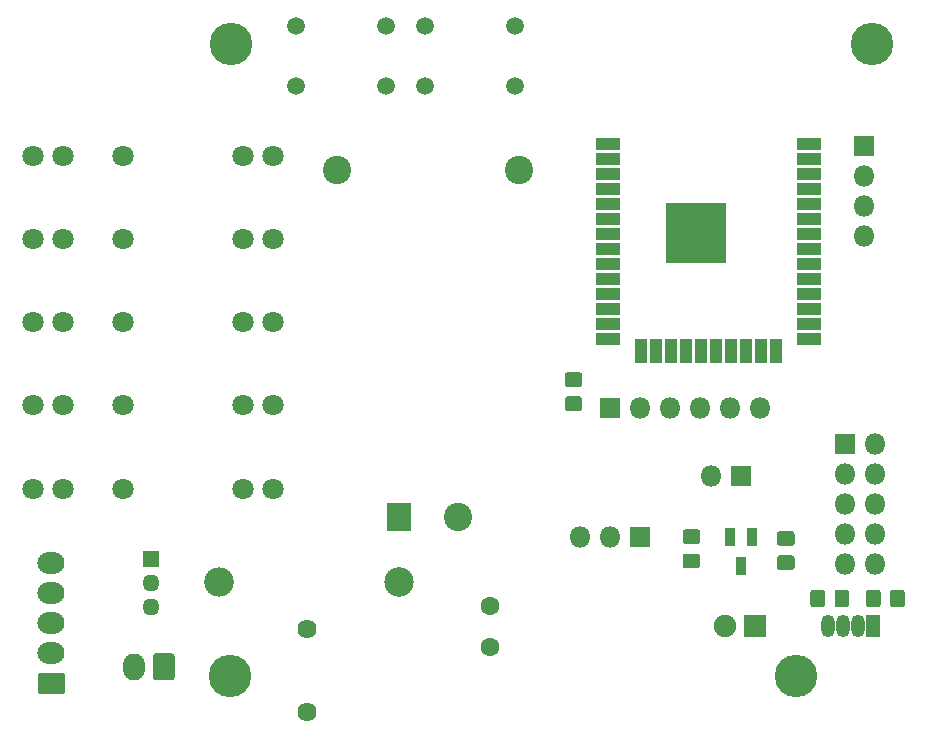
<source format=gbr>
%TF.GenerationSoftware,KiCad,Pcbnew,5.1.5+dfsg1-2build2*%
%TF.CreationDate,2021-01-07T21:04:46-03:00*%
%TF.ProjectId,Punkatoo,50756e6b-6174-46f6-9f2e-6b696361645f,rev?*%
%TF.SameCoordinates,Original*%
%TF.FileFunction,Soldermask,Top*%
%TF.FilePolarity,Negative*%
%FSLAX46Y46*%
G04 Gerber Fmt 4.6, Leading zero omitted, Abs format (unit mm)*
G04 Created by KiCad (PCBNEW 5.1.5+dfsg1-2build2) date 2021-01-07 21:04:46*
%MOMM*%
%LPD*%
G04 APERTURE LIST*
%ADD10O,1.800000X1.800000*%
%ADD11R,1.800000X1.800000*%
%ADD12C,3.600000*%
%ADD13C,1.497000*%
%ADD14C,1.624000*%
%ADD15O,1.450000X1.450000*%
%ADD16R,1.450000X1.450000*%
%ADD17C,0.100000*%
%ADD18R,5.100000X5.100000*%
%ADD19R,2.100000X1.000000*%
%ADD20R,1.000000X2.100000*%
%ADD21O,2.500000X2.500000*%
%ADD22C,2.500000*%
%ADD23O,2.300000X1.840000*%
%ADD24O,1.840000X2.300000*%
%ADD25C,2.400000*%
%ADD26R,2.100000X2.400000*%
%ADD27C,1.800000*%
%ADD28O,1.170000X1.900000*%
%ADD29R,1.170000X1.900000*%
%ADD30R,0.900000X1.600000*%
%ADD31C,1.600000*%
%ADD32C,1.900000*%
%ADD33R,1.900000X1.900000*%
G04 APERTURE END LIST*
D10*
%TO.C,U2*%
X120210000Y-105172000D03*
X122750000Y-105172000D03*
D11*
X125290000Y-105172000D03*
%TD*%
D12*
%TO.C,REF\002A\002A*%
X90600000Y-117000000D03*
%TD*%
%TO.C,REF\002A\002A*%
X138500000Y-117000000D03*
%TD*%
%TO.C,REF\002A\002A*%
X145000000Y-63500000D03*
%TD*%
%TO.C,REF\002A\002A*%
X90700000Y-63500000D03*
%TD*%
D10*
%TO.C,J6*%
X144300000Y-79720000D03*
X144300000Y-77180000D03*
X144300000Y-74640000D03*
D11*
X144300000Y-72100000D03*
%TD*%
D13*
%TO.C,SW2*%
X103800000Y-61920000D03*
X103800000Y-67000000D03*
X96180000Y-61920000D03*
X96180000Y-67000000D03*
%TD*%
%TO.C,SW1*%
X107100000Y-67000000D03*
X107100000Y-61920000D03*
X114720000Y-67000000D03*
X114720000Y-61920000D03*
%TD*%
D14*
%TO.C,RV1*%
X97100000Y-120000000D03*
X97100000Y-113000000D03*
%TD*%
D15*
%TO.C,C2*%
X83900000Y-111100000D03*
X83900000Y-109100000D03*
D16*
X83900000Y-107100000D03*
%TD*%
D17*
%TO.C,R4*%
G36*
X120204897Y-93301308D02*
G01*
X120231275Y-93305221D01*
X120257143Y-93311701D01*
X120282252Y-93320685D01*
X120306358Y-93332086D01*
X120329232Y-93345796D01*
X120350651Y-93361682D01*
X120370410Y-93379590D01*
X120388318Y-93399349D01*
X120404204Y-93420768D01*
X120417914Y-93443642D01*
X120429315Y-93467748D01*
X120438299Y-93492857D01*
X120444779Y-93518725D01*
X120448692Y-93545103D01*
X120450000Y-93571738D01*
X120450000Y-94278262D01*
X120448692Y-94304897D01*
X120444779Y-94331275D01*
X120438299Y-94357143D01*
X120429315Y-94382252D01*
X120417914Y-94406358D01*
X120404204Y-94429232D01*
X120388318Y-94450651D01*
X120370410Y-94470410D01*
X120350651Y-94488318D01*
X120329232Y-94504204D01*
X120306358Y-94517914D01*
X120282252Y-94529315D01*
X120257143Y-94538299D01*
X120231275Y-94544779D01*
X120204897Y-94548692D01*
X120178262Y-94550000D01*
X119221738Y-94550000D01*
X119195103Y-94548692D01*
X119168725Y-94544779D01*
X119142857Y-94538299D01*
X119117748Y-94529315D01*
X119093642Y-94517914D01*
X119070768Y-94504204D01*
X119049349Y-94488318D01*
X119029590Y-94470410D01*
X119011682Y-94450651D01*
X118995796Y-94429232D01*
X118982086Y-94406358D01*
X118970685Y-94382252D01*
X118961701Y-94357143D01*
X118955221Y-94331275D01*
X118951308Y-94304897D01*
X118950000Y-94278262D01*
X118950000Y-93571738D01*
X118951308Y-93545103D01*
X118955221Y-93518725D01*
X118961701Y-93492857D01*
X118970685Y-93467748D01*
X118982086Y-93443642D01*
X118995796Y-93420768D01*
X119011682Y-93399349D01*
X119029590Y-93379590D01*
X119049349Y-93361682D01*
X119070768Y-93345796D01*
X119093642Y-93332086D01*
X119117748Y-93320685D01*
X119142857Y-93311701D01*
X119168725Y-93305221D01*
X119195103Y-93301308D01*
X119221738Y-93300000D01*
X120178262Y-93300000D01*
X120204897Y-93301308D01*
G37*
G36*
X120204897Y-91251308D02*
G01*
X120231275Y-91255221D01*
X120257143Y-91261701D01*
X120282252Y-91270685D01*
X120306358Y-91282086D01*
X120329232Y-91295796D01*
X120350651Y-91311682D01*
X120370410Y-91329590D01*
X120388318Y-91349349D01*
X120404204Y-91370768D01*
X120417914Y-91393642D01*
X120429315Y-91417748D01*
X120438299Y-91442857D01*
X120444779Y-91468725D01*
X120448692Y-91495103D01*
X120450000Y-91521738D01*
X120450000Y-92228262D01*
X120448692Y-92254897D01*
X120444779Y-92281275D01*
X120438299Y-92307143D01*
X120429315Y-92332252D01*
X120417914Y-92356358D01*
X120404204Y-92379232D01*
X120388318Y-92400651D01*
X120370410Y-92420410D01*
X120350651Y-92438318D01*
X120329232Y-92454204D01*
X120306358Y-92467914D01*
X120282252Y-92479315D01*
X120257143Y-92488299D01*
X120231275Y-92494779D01*
X120204897Y-92498692D01*
X120178262Y-92500000D01*
X119221738Y-92500000D01*
X119195103Y-92498692D01*
X119168725Y-92494779D01*
X119142857Y-92488299D01*
X119117748Y-92479315D01*
X119093642Y-92467914D01*
X119070768Y-92454204D01*
X119049349Y-92438318D01*
X119029590Y-92420410D01*
X119011682Y-92400651D01*
X118995796Y-92379232D01*
X118982086Y-92356358D01*
X118970685Y-92332252D01*
X118961701Y-92307143D01*
X118955221Y-92281275D01*
X118951308Y-92254897D01*
X118950000Y-92228262D01*
X118950000Y-91521738D01*
X118951308Y-91495103D01*
X118955221Y-91468725D01*
X118961701Y-91442857D01*
X118970685Y-91417748D01*
X118982086Y-91393642D01*
X118995796Y-91370768D01*
X119011682Y-91349349D01*
X119029590Y-91329590D01*
X119049349Y-91311682D01*
X119070768Y-91295796D01*
X119093642Y-91282086D01*
X119117748Y-91270685D01*
X119142857Y-91261701D01*
X119168725Y-91255221D01*
X119195103Y-91251308D01*
X119221738Y-91250000D01*
X120178262Y-91250000D01*
X120204897Y-91251308D01*
G37*
%TD*%
D18*
%TO.C,U1*%
X130100000Y-79445000D03*
D19*
X122600000Y-71945000D03*
X122600000Y-73215000D03*
X122600000Y-74485000D03*
X122600000Y-75755000D03*
X122600000Y-77025000D03*
X122600000Y-78295000D03*
X122600000Y-79565000D03*
X122600000Y-80835000D03*
X122600000Y-82105000D03*
X122600000Y-83375000D03*
X122600000Y-84645000D03*
X122600000Y-85915000D03*
X122600000Y-87185000D03*
X122600000Y-88455000D03*
D20*
X125385000Y-89455000D03*
X126655000Y-89455000D03*
X127925000Y-89455000D03*
X129195000Y-89455000D03*
X130465000Y-89455000D03*
X131735000Y-89455000D03*
X133005000Y-89455000D03*
X134275000Y-89455000D03*
X135545000Y-89455000D03*
X136815000Y-89455000D03*
D19*
X139600000Y-88455000D03*
X139600000Y-87185000D03*
X139600000Y-85915000D03*
X139600000Y-84645000D03*
X139600000Y-83375000D03*
X139600000Y-82105000D03*
X139600000Y-80835000D03*
X139600000Y-79565000D03*
X139600000Y-78295000D03*
X139600000Y-77025000D03*
X139600000Y-75755000D03*
X139600000Y-74485000D03*
X139600000Y-73215000D03*
X139600000Y-71945000D03*
%TD*%
D21*
%TO.C,F1*%
X89660000Y-109000000D03*
D22*
X104900000Y-109000000D03*
%TD*%
D10*
%TO.C,J2*%
X145240000Y-107460000D03*
X142700000Y-107460000D03*
X145240000Y-104920000D03*
X142700000Y-104920000D03*
X145240000Y-102380000D03*
X142700000Y-102380000D03*
X145240000Y-99840000D03*
X142700000Y-99840000D03*
X145240000Y-97300000D03*
D11*
X142700000Y-97300000D03*
%TD*%
D10*
%TO.C,J3*%
X135450000Y-94250000D03*
X132910000Y-94250000D03*
X130370000Y-94250000D03*
X127830000Y-94250000D03*
X125290000Y-94250000D03*
D11*
X122750000Y-94250000D03*
%TD*%
D23*
%TO.C,J7*%
X75500000Y-107440000D03*
X75500000Y-109980000D03*
X75500000Y-112520000D03*
X75500000Y-115060000D03*
D17*
G36*
X76411545Y-116681273D02*
G01*
X76437208Y-116685080D01*
X76462375Y-116691384D01*
X76486802Y-116700124D01*
X76510255Y-116711216D01*
X76532507Y-116724554D01*
X76553346Y-116740009D01*
X76572569Y-116757431D01*
X76589991Y-116776654D01*
X76605446Y-116797493D01*
X76618784Y-116819745D01*
X76629876Y-116843198D01*
X76638616Y-116867625D01*
X76644920Y-116892792D01*
X76648727Y-116918455D01*
X76650000Y-116944367D01*
X76650000Y-118255633D01*
X76648727Y-118281545D01*
X76644920Y-118307208D01*
X76638616Y-118332375D01*
X76629876Y-118356802D01*
X76618784Y-118380255D01*
X76605446Y-118402507D01*
X76589991Y-118423346D01*
X76572569Y-118442569D01*
X76553346Y-118459991D01*
X76532507Y-118475446D01*
X76510255Y-118488784D01*
X76486802Y-118499876D01*
X76462375Y-118508616D01*
X76437208Y-118514920D01*
X76411545Y-118518727D01*
X76385633Y-118520000D01*
X74614367Y-118520000D01*
X74588455Y-118518727D01*
X74562792Y-118514920D01*
X74537625Y-118508616D01*
X74513198Y-118499876D01*
X74489745Y-118488784D01*
X74467493Y-118475446D01*
X74446654Y-118459991D01*
X74427431Y-118442569D01*
X74410009Y-118423346D01*
X74394554Y-118402507D01*
X74381216Y-118380255D01*
X74370124Y-118356802D01*
X74361384Y-118332375D01*
X74355080Y-118307208D01*
X74351273Y-118281545D01*
X74350000Y-118255633D01*
X74350000Y-116944367D01*
X74351273Y-116918455D01*
X74355080Y-116892792D01*
X74361384Y-116867625D01*
X74370124Y-116843198D01*
X74381216Y-116819745D01*
X74394554Y-116797493D01*
X74410009Y-116776654D01*
X74427431Y-116757431D01*
X74446654Y-116740009D01*
X74467493Y-116724554D01*
X74489745Y-116711216D01*
X74513198Y-116700124D01*
X74537625Y-116691384D01*
X74562792Y-116685080D01*
X74588455Y-116681273D01*
X74614367Y-116680000D01*
X76385633Y-116680000D01*
X76411545Y-116681273D01*
G37*
%TD*%
D24*
%TO.C,J1*%
X82460000Y-116200000D03*
D17*
G36*
X85681545Y-115051273D02*
G01*
X85707208Y-115055080D01*
X85732375Y-115061384D01*
X85756802Y-115070124D01*
X85780255Y-115081216D01*
X85802507Y-115094554D01*
X85823346Y-115110009D01*
X85842569Y-115127431D01*
X85859991Y-115146654D01*
X85875446Y-115167493D01*
X85888784Y-115189745D01*
X85899876Y-115213198D01*
X85908616Y-115237625D01*
X85914920Y-115262792D01*
X85918727Y-115288455D01*
X85920000Y-115314367D01*
X85920000Y-117085633D01*
X85918727Y-117111545D01*
X85914920Y-117137208D01*
X85908616Y-117162375D01*
X85899876Y-117186802D01*
X85888784Y-117210255D01*
X85875446Y-117232507D01*
X85859991Y-117253346D01*
X85842569Y-117272569D01*
X85823346Y-117289991D01*
X85802507Y-117305446D01*
X85780255Y-117318784D01*
X85756802Y-117329876D01*
X85732375Y-117338616D01*
X85707208Y-117344920D01*
X85681545Y-117348727D01*
X85655633Y-117350000D01*
X84344367Y-117350000D01*
X84318455Y-117348727D01*
X84292792Y-117344920D01*
X84267625Y-117338616D01*
X84243198Y-117329876D01*
X84219745Y-117318784D01*
X84197493Y-117305446D01*
X84176654Y-117289991D01*
X84157431Y-117272569D01*
X84140009Y-117253346D01*
X84124554Y-117232507D01*
X84111216Y-117210255D01*
X84100124Y-117186802D01*
X84091384Y-117162375D01*
X84085080Y-117137208D01*
X84081273Y-117111545D01*
X84080000Y-117085633D01*
X84080000Y-115314367D01*
X84081273Y-115288455D01*
X84085080Y-115262792D01*
X84091384Y-115237625D01*
X84100124Y-115213198D01*
X84111216Y-115189745D01*
X84124554Y-115167493D01*
X84140009Y-115146654D01*
X84157431Y-115127431D01*
X84176654Y-115110009D01*
X84197493Y-115094554D01*
X84219745Y-115081216D01*
X84243198Y-115070124D01*
X84267625Y-115061384D01*
X84292792Y-115055080D01*
X84318455Y-115051273D01*
X84344367Y-115050000D01*
X85655633Y-115050000D01*
X85681545Y-115051273D01*
G37*
%TD*%
D25*
%TO.C,PS1*%
X115100000Y-74116000D03*
X109900000Y-103516000D03*
D26*
X104900000Y-103516000D03*
D25*
X99700000Y-74116000D03*
%TD*%
D27*
%TO.C,K5*%
X81532000Y-101103000D03*
X73912000Y-101103000D03*
X91692000Y-101103000D03*
X94232000Y-101103000D03*
X76452000Y-101103000D03*
%TD*%
%TO.C,K4*%
X81532000Y-94054500D03*
X73912000Y-94054500D03*
X91692000Y-94054500D03*
X94232000Y-94054500D03*
X76452000Y-94054500D03*
%TD*%
%TO.C,K3*%
X81532000Y-87006000D03*
X73912000Y-87006000D03*
X91692000Y-87006000D03*
X94232000Y-87006000D03*
X76452000Y-87006000D03*
%TD*%
%TO.C,K2*%
X81532000Y-79957500D03*
X73912000Y-79957500D03*
X91692000Y-79957500D03*
X94232000Y-79957500D03*
X76452000Y-79957500D03*
%TD*%
%TO.C,K1*%
X81532000Y-72909000D03*
X73912000Y-72909000D03*
X91692000Y-72909000D03*
X94232000Y-72909000D03*
X76452000Y-72909000D03*
%TD*%
D17*
%TO.C,R5*%
G36*
X142804897Y-109651308D02*
G01*
X142831275Y-109655221D01*
X142857143Y-109661701D01*
X142882252Y-109670685D01*
X142906358Y-109682086D01*
X142929232Y-109695796D01*
X142950651Y-109711682D01*
X142970410Y-109729590D01*
X142988318Y-109749349D01*
X143004204Y-109770768D01*
X143017914Y-109793642D01*
X143029315Y-109817748D01*
X143038299Y-109842857D01*
X143044779Y-109868725D01*
X143048692Y-109895103D01*
X143050000Y-109921738D01*
X143050000Y-110878262D01*
X143048692Y-110904897D01*
X143044779Y-110931275D01*
X143038299Y-110957143D01*
X143029315Y-110982252D01*
X143017914Y-111006358D01*
X143004204Y-111029232D01*
X142988318Y-111050651D01*
X142970410Y-111070410D01*
X142950651Y-111088318D01*
X142929232Y-111104204D01*
X142906358Y-111117914D01*
X142882252Y-111129315D01*
X142857143Y-111138299D01*
X142831275Y-111144779D01*
X142804897Y-111148692D01*
X142778262Y-111150000D01*
X142071738Y-111150000D01*
X142045103Y-111148692D01*
X142018725Y-111144779D01*
X141992857Y-111138299D01*
X141967748Y-111129315D01*
X141943642Y-111117914D01*
X141920768Y-111104204D01*
X141899349Y-111088318D01*
X141879590Y-111070410D01*
X141861682Y-111050651D01*
X141845796Y-111029232D01*
X141832086Y-111006358D01*
X141820685Y-110982252D01*
X141811701Y-110957143D01*
X141805221Y-110931275D01*
X141801308Y-110904897D01*
X141800000Y-110878262D01*
X141800000Y-109921738D01*
X141801308Y-109895103D01*
X141805221Y-109868725D01*
X141811701Y-109842857D01*
X141820685Y-109817748D01*
X141832086Y-109793642D01*
X141845796Y-109770768D01*
X141861682Y-109749349D01*
X141879590Y-109729590D01*
X141899349Y-109711682D01*
X141920768Y-109695796D01*
X141943642Y-109682086D01*
X141967748Y-109670685D01*
X141992857Y-109661701D01*
X142018725Y-109655221D01*
X142045103Y-109651308D01*
X142071738Y-109650000D01*
X142778262Y-109650000D01*
X142804897Y-109651308D01*
G37*
G36*
X140754897Y-109651308D02*
G01*
X140781275Y-109655221D01*
X140807143Y-109661701D01*
X140832252Y-109670685D01*
X140856358Y-109682086D01*
X140879232Y-109695796D01*
X140900651Y-109711682D01*
X140920410Y-109729590D01*
X140938318Y-109749349D01*
X140954204Y-109770768D01*
X140967914Y-109793642D01*
X140979315Y-109817748D01*
X140988299Y-109842857D01*
X140994779Y-109868725D01*
X140998692Y-109895103D01*
X141000000Y-109921738D01*
X141000000Y-110878262D01*
X140998692Y-110904897D01*
X140994779Y-110931275D01*
X140988299Y-110957143D01*
X140979315Y-110982252D01*
X140967914Y-111006358D01*
X140954204Y-111029232D01*
X140938318Y-111050651D01*
X140920410Y-111070410D01*
X140900651Y-111088318D01*
X140879232Y-111104204D01*
X140856358Y-111117914D01*
X140832252Y-111129315D01*
X140807143Y-111138299D01*
X140781275Y-111144779D01*
X140754897Y-111148692D01*
X140728262Y-111150000D01*
X140021738Y-111150000D01*
X139995103Y-111148692D01*
X139968725Y-111144779D01*
X139942857Y-111138299D01*
X139917748Y-111129315D01*
X139893642Y-111117914D01*
X139870768Y-111104204D01*
X139849349Y-111088318D01*
X139829590Y-111070410D01*
X139811682Y-111050651D01*
X139795796Y-111029232D01*
X139782086Y-111006358D01*
X139770685Y-110982252D01*
X139761701Y-110957143D01*
X139755221Y-110931275D01*
X139751308Y-110904897D01*
X139750000Y-110878262D01*
X139750000Y-109921738D01*
X139751308Y-109895103D01*
X139755221Y-109868725D01*
X139761701Y-109842857D01*
X139770685Y-109817748D01*
X139782086Y-109793642D01*
X139795796Y-109770768D01*
X139811682Y-109749349D01*
X139829590Y-109729590D01*
X139849349Y-109711682D01*
X139870768Y-109695796D01*
X139893642Y-109682086D01*
X139917748Y-109670685D01*
X139942857Y-109661701D01*
X139968725Y-109655221D01*
X139995103Y-109651308D01*
X140021738Y-109650000D01*
X140728262Y-109650000D01*
X140754897Y-109651308D01*
G37*
%TD*%
%TO.C,R3*%
G36*
X145454897Y-109651308D02*
G01*
X145481275Y-109655221D01*
X145507143Y-109661701D01*
X145532252Y-109670685D01*
X145556358Y-109682086D01*
X145579232Y-109695796D01*
X145600651Y-109711682D01*
X145620410Y-109729590D01*
X145638318Y-109749349D01*
X145654204Y-109770768D01*
X145667914Y-109793642D01*
X145679315Y-109817748D01*
X145688299Y-109842857D01*
X145694779Y-109868725D01*
X145698692Y-109895103D01*
X145700000Y-109921738D01*
X145700000Y-110878262D01*
X145698692Y-110904897D01*
X145694779Y-110931275D01*
X145688299Y-110957143D01*
X145679315Y-110982252D01*
X145667914Y-111006358D01*
X145654204Y-111029232D01*
X145638318Y-111050651D01*
X145620410Y-111070410D01*
X145600651Y-111088318D01*
X145579232Y-111104204D01*
X145556358Y-111117914D01*
X145532252Y-111129315D01*
X145507143Y-111138299D01*
X145481275Y-111144779D01*
X145454897Y-111148692D01*
X145428262Y-111150000D01*
X144721738Y-111150000D01*
X144695103Y-111148692D01*
X144668725Y-111144779D01*
X144642857Y-111138299D01*
X144617748Y-111129315D01*
X144593642Y-111117914D01*
X144570768Y-111104204D01*
X144549349Y-111088318D01*
X144529590Y-111070410D01*
X144511682Y-111050651D01*
X144495796Y-111029232D01*
X144482086Y-111006358D01*
X144470685Y-110982252D01*
X144461701Y-110957143D01*
X144455221Y-110931275D01*
X144451308Y-110904897D01*
X144450000Y-110878262D01*
X144450000Y-109921738D01*
X144451308Y-109895103D01*
X144455221Y-109868725D01*
X144461701Y-109842857D01*
X144470685Y-109817748D01*
X144482086Y-109793642D01*
X144495796Y-109770768D01*
X144511682Y-109749349D01*
X144529590Y-109729590D01*
X144549349Y-109711682D01*
X144570768Y-109695796D01*
X144593642Y-109682086D01*
X144617748Y-109670685D01*
X144642857Y-109661701D01*
X144668725Y-109655221D01*
X144695103Y-109651308D01*
X144721738Y-109650000D01*
X145428262Y-109650000D01*
X145454897Y-109651308D01*
G37*
G36*
X147504897Y-109651308D02*
G01*
X147531275Y-109655221D01*
X147557143Y-109661701D01*
X147582252Y-109670685D01*
X147606358Y-109682086D01*
X147629232Y-109695796D01*
X147650651Y-109711682D01*
X147670410Y-109729590D01*
X147688318Y-109749349D01*
X147704204Y-109770768D01*
X147717914Y-109793642D01*
X147729315Y-109817748D01*
X147738299Y-109842857D01*
X147744779Y-109868725D01*
X147748692Y-109895103D01*
X147750000Y-109921738D01*
X147750000Y-110878262D01*
X147748692Y-110904897D01*
X147744779Y-110931275D01*
X147738299Y-110957143D01*
X147729315Y-110982252D01*
X147717914Y-111006358D01*
X147704204Y-111029232D01*
X147688318Y-111050651D01*
X147670410Y-111070410D01*
X147650651Y-111088318D01*
X147629232Y-111104204D01*
X147606358Y-111117914D01*
X147582252Y-111129315D01*
X147557143Y-111138299D01*
X147531275Y-111144779D01*
X147504897Y-111148692D01*
X147478262Y-111150000D01*
X146771738Y-111150000D01*
X146745103Y-111148692D01*
X146718725Y-111144779D01*
X146692857Y-111138299D01*
X146667748Y-111129315D01*
X146643642Y-111117914D01*
X146620768Y-111104204D01*
X146599349Y-111088318D01*
X146579590Y-111070410D01*
X146561682Y-111050651D01*
X146545796Y-111029232D01*
X146532086Y-111006358D01*
X146520685Y-110982252D01*
X146511701Y-110957143D01*
X146505221Y-110931275D01*
X146501308Y-110904897D01*
X146500000Y-110878262D01*
X146500000Y-109921738D01*
X146501308Y-109895103D01*
X146505221Y-109868725D01*
X146511701Y-109842857D01*
X146520685Y-109817748D01*
X146532086Y-109793642D01*
X146545796Y-109770768D01*
X146561682Y-109749349D01*
X146579590Y-109729590D01*
X146599349Y-109711682D01*
X146620768Y-109695796D01*
X146643642Y-109682086D01*
X146667748Y-109670685D01*
X146692857Y-109661701D01*
X146718725Y-109655221D01*
X146745103Y-109651308D01*
X146771738Y-109650000D01*
X147478262Y-109650000D01*
X147504897Y-109651308D01*
G37*
%TD*%
D28*
%TO.C,D1*%
X141224000Y-112776000D03*
X142494000Y-112776000D03*
X143764000Y-112776000D03*
D29*
X145034000Y-112776000D03*
%TD*%
D30*
%TO.C,Q1*%
X133858000Y-107676000D03*
X132908000Y-105176000D03*
X134808000Y-105176000D03*
%TD*%
D31*
%TO.C,R1*%
X112630000Y-114476000D03*
X112630000Y-111076000D03*
%TD*%
D17*
%TO.C,R2*%
G36*
X130184897Y-106602308D02*
G01*
X130211275Y-106606221D01*
X130237143Y-106612701D01*
X130262252Y-106621685D01*
X130286358Y-106633086D01*
X130309232Y-106646796D01*
X130330651Y-106662682D01*
X130350410Y-106680590D01*
X130368318Y-106700349D01*
X130384204Y-106721768D01*
X130397914Y-106744642D01*
X130409315Y-106768748D01*
X130418299Y-106793857D01*
X130424779Y-106819725D01*
X130428692Y-106846103D01*
X130430000Y-106872738D01*
X130430000Y-107579262D01*
X130428692Y-107605897D01*
X130424779Y-107632275D01*
X130418299Y-107658143D01*
X130409315Y-107683252D01*
X130397914Y-107707358D01*
X130384204Y-107730232D01*
X130368318Y-107751651D01*
X130350410Y-107771410D01*
X130330651Y-107789318D01*
X130309232Y-107805204D01*
X130286358Y-107818914D01*
X130262252Y-107830315D01*
X130237143Y-107839299D01*
X130211275Y-107845779D01*
X130184897Y-107849692D01*
X130158262Y-107851000D01*
X129201738Y-107851000D01*
X129175103Y-107849692D01*
X129148725Y-107845779D01*
X129122857Y-107839299D01*
X129097748Y-107830315D01*
X129073642Y-107818914D01*
X129050768Y-107805204D01*
X129029349Y-107789318D01*
X129009590Y-107771410D01*
X128991682Y-107751651D01*
X128975796Y-107730232D01*
X128962086Y-107707358D01*
X128950685Y-107683252D01*
X128941701Y-107658143D01*
X128935221Y-107632275D01*
X128931308Y-107605897D01*
X128930000Y-107579262D01*
X128930000Y-106872738D01*
X128931308Y-106846103D01*
X128935221Y-106819725D01*
X128941701Y-106793857D01*
X128950685Y-106768748D01*
X128962086Y-106744642D01*
X128975796Y-106721768D01*
X128991682Y-106700349D01*
X129009590Y-106680590D01*
X129029349Y-106662682D01*
X129050768Y-106646796D01*
X129073642Y-106633086D01*
X129097748Y-106621685D01*
X129122857Y-106612701D01*
X129148725Y-106606221D01*
X129175103Y-106602308D01*
X129201738Y-106601000D01*
X130158262Y-106601000D01*
X130184897Y-106602308D01*
G37*
G36*
X130184897Y-104552308D02*
G01*
X130211275Y-104556221D01*
X130237143Y-104562701D01*
X130262252Y-104571685D01*
X130286358Y-104583086D01*
X130309232Y-104596796D01*
X130330651Y-104612682D01*
X130350410Y-104630590D01*
X130368318Y-104650349D01*
X130384204Y-104671768D01*
X130397914Y-104694642D01*
X130409315Y-104718748D01*
X130418299Y-104743857D01*
X130424779Y-104769725D01*
X130428692Y-104796103D01*
X130430000Y-104822738D01*
X130430000Y-105529262D01*
X130428692Y-105555897D01*
X130424779Y-105582275D01*
X130418299Y-105608143D01*
X130409315Y-105633252D01*
X130397914Y-105657358D01*
X130384204Y-105680232D01*
X130368318Y-105701651D01*
X130350410Y-105721410D01*
X130330651Y-105739318D01*
X130309232Y-105755204D01*
X130286358Y-105768914D01*
X130262252Y-105780315D01*
X130237143Y-105789299D01*
X130211275Y-105795779D01*
X130184897Y-105799692D01*
X130158262Y-105801000D01*
X129201738Y-105801000D01*
X129175103Y-105799692D01*
X129148725Y-105795779D01*
X129122857Y-105789299D01*
X129097748Y-105780315D01*
X129073642Y-105768914D01*
X129050768Y-105755204D01*
X129029349Y-105739318D01*
X129009590Y-105721410D01*
X128991682Y-105701651D01*
X128975796Y-105680232D01*
X128962086Y-105657358D01*
X128950685Y-105633252D01*
X128941701Y-105608143D01*
X128935221Y-105582275D01*
X128931308Y-105555897D01*
X128930000Y-105529262D01*
X128930000Y-104822738D01*
X128931308Y-104796103D01*
X128935221Y-104769725D01*
X128941701Y-104743857D01*
X128950685Y-104718748D01*
X128962086Y-104694642D01*
X128975796Y-104671768D01*
X128991682Y-104650349D01*
X129009590Y-104630590D01*
X129029349Y-104612682D01*
X129050768Y-104596796D01*
X129073642Y-104583086D01*
X129097748Y-104571685D01*
X129122857Y-104562701D01*
X129148725Y-104556221D01*
X129175103Y-104552308D01*
X129201738Y-104551000D01*
X130158262Y-104551000D01*
X130184897Y-104552308D01*
G37*
%TD*%
D32*
%TO.C,D2*%
X132500000Y-112776000D03*
D33*
X135040000Y-112776000D03*
%TD*%
D10*
%TO.C,JP1*%
X131318000Y-100076000D03*
D11*
X133858000Y-100076000D03*
%TD*%
D17*
%TO.C,R8*%
G36*
X138172897Y-106749308D02*
G01*
X138199275Y-106753221D01*
X138225143Y-106759701D01*
X138250252Y-106768685D01*
X138274358Y-106780086D01*
X138297232Y-106793796D01*
X138318651Y-106809682D01*
X138338410Y-106827590D01*
X138356318Y-106847349D01*
X138372204Y-106868768D01*
X138385914Y-106891642D01*
X138397315Y-106915748D01*
X138406299Y-106940857D01*
X138412779Y-106966725D01*
X138416692Y-106993103D01*
X138418000Y-107019738D01*
X138418000Y-107726262D01*
X138416692Y-107752897D01*
X138412779Y-107779275D01*
X138406299Y-107805143D01*
X138397315Y-107830252D01*
X138385914Y-107854358D01*
X138372204Y-107877232D01*
X138356318Y-107898651D01*
X138338410Y-107918410D01*
X138318651Y-107936318D01*
X138297232Y-107952204D01*
X138274358Y-107965914D01*
X138250252Y-107977315D01*
X138225143Y-107986299D01*
X138199275Y-107992779D01*
X138172897Y-107996692D01*
X138146262Y-107998000D01*
X137189738Y-107998000D01*
X137163103Y-107996692D01*
X137136725Y-107992779D01*
X137110857Y-107986299D01*
X137085748Y-107977315D01*
X137061642Y-107965914D01*
X137038768Y-107952204D01*
X137017349Y-107936318D01*
X136997590Y-107918410D01*
X136979682Y-107898651D01*
X136963796Y-107877232D01*
X136950086Y-107854358D01*
X136938685Y-107830252D01*
X136929701Y-107805143D01*
X136923221Y-107779275D01*
X136919308Y-107752897D01*
X136918000Y-107726262D01*
X136918000Y-107019738D01*
X136919308Y-106993103D01*
X136923221Y-106966725D01*
X136929701Y-106940857D01*
X136938685Y-106915748D01*
X136950086Y-106891642D01*
X136963796Y-106868768D01*
X136979682Y-106847349D01*
X136997590Y-106827590D01*
X137017349Y-106809682D01*
X137038768Y-106793796D01*
X137061642Y-106780086D01*
X137085748Y-106768685D01*
X137110857Y-106759701D01*
X137136725Y-106753221D01*
X137163103Y-106749308D01*
X137189738Y-106748000D01*
X138146262Y-106748000D01*
X138172897Y-106749308D01*
G37*
G36*
X138172897Y-104699308D02*
G01*
X138199275Y-104703221D01*
X138225143Y-104709701D01*
X138250252Y-104718685D01*
X138274358Y-104730086D01*
X138297232Y-104743796D01*
X138318651Y-104759682D01*
X138338410Y-104777590D01*
X138356318Y-104797349D01*
X138372204Y-104818768D01*
X138385914Y-104841642D01*
X138397315Y-104865748D01*
X138406299Y-104890857D01*
X138412779Y-104916725D01*
X138416692Y-104943103D01*
X138418000Y-104969738D01*
X138418000Y-105676262D01*
X138416692Y-105702897D01*
X138412779Y-105729275D01*
X138406299Y-105755143D01*
X138397315Y-105780252D01*
X138385914Y-105804358D01*
X138372204Y-105827232D01*
X138356318Y-105848651D01*
X138338410Y-105868410D01*
X138318651Y-105886318D01*
X138297232Y-105902204D01*
X138274358Y-105915914D01*
X138250252Y-105927315D01*
X138225143Y-105936299D01*
X138199275Y-105942779D01*
X138172897Y-105946692D01*
X138146262Y-105948000D01*
X137189738Y-105948000D01*
X137163103Y-105946692D01*
X137136725Y-105942779D01*
X137110857Y-105936299D01*
X137085748Y-105927315D01*
X137061642Y-105915914D01*
X137038768Y-105902204D01*
X137017349Y-105886318D01*
X136997590Y-105868410D01*
X136979682Y-105848651D01*
X136963796Y-105827232D01*
X136950086Y-105804358D01*
X136938685Y-105780252D01*
X136929701Y-105755143D01*
X136923221Y-105729275D01*
X136919308Y-105702897D01*
X136918000Y-105676262D01*
X136918000Y-104969738D01*
X136919308Y-104943103D01*
X136923221Y-104916725D01*
X136929701Y-104890857D01*
X136938685Y-104865748D01*
X136950086Y-104841642D01*
X136963796Y-104818768D01*
X136979682Y-104797349D01*
X136997590Y-104777590D01*
X137017349Y-104759682D01*
X137038768Y-104743796D01*
X137061642Y-104730086D01*
X137085748Y-104718685D01*
X137110857Y-104709701D01*
X137136725Y-104703221D01*
X137163103Y-104699308D01*
X137189738Y-104698000D01*
X138146262Y-104698000D01*
X138172897Y-104699308D01*
G37*
%TD*%
M02*

</source>
